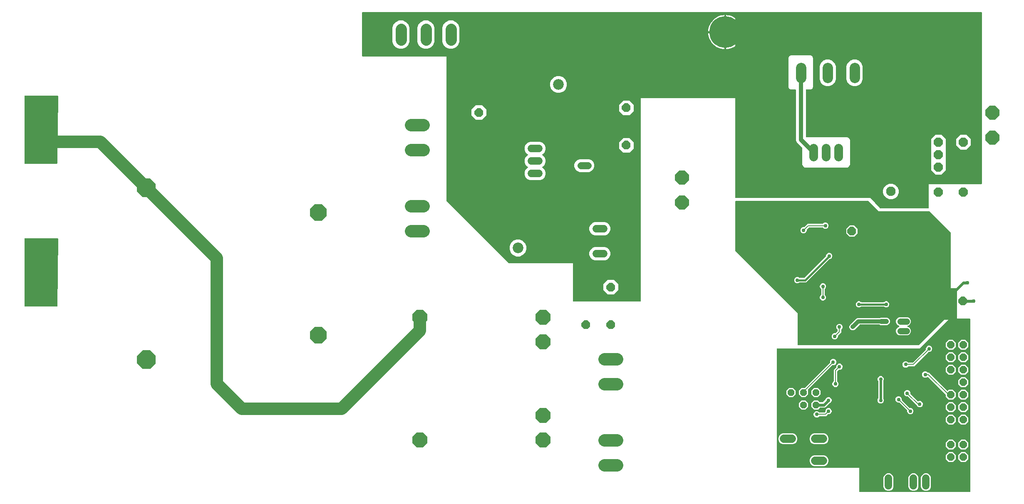
<source format=gbr>
G04 EAGLE Gerber X2 export*
%TF.Part,Single*%
%TF.FileFunction,Copper,L2,Bot,Mixed*%
%TF.FilePolarity,Positive*%
%TF.GenerationSoftware,Autodesk,EAGLE,8.6.3*%
%TF.CreationDate,2021-05-18T20:18:47Z*%
G75*
%MOMM*%
%FSLAX34Y34*%
%LPD*%
%AMOC8*
5,1,8,0,0,1.08239X$1,22.5*%
G01*
%ADD10P,2.089446X8X112.500000*%
%ADD11C,1.930400*%
%ADD12C,1.000000*%
%ADD13C,1.270000*%
%ADD14P,3.030692X8X202.500000*%
%ADD15C,1.676400*%
%ADD16C,1.524000*%
%ADD17C,1.778000*%
%ADD18C,2.095500*%
%ADD19P,1.948302X8X202.500000*%
%ADD20P,1.924489X8X112.500000*%
%ADD21P,1.924489X8X22.500000*%
%ADD22C,6.451600*%
%ADD23P,1.649562X8X112.500000*%
%ADD24P,1.484606X8X202.500000*%
%ADD25P,3.247170X8X22.500000*%
%ADD26P,1.924489X8X202.500000*%
%ADD27P,4.123906X8X22.500000*%
%ADD28P,3.680126X8X22.500000*%
%ADD29C,2.247900*%
%ADD30C,2.540000*%
%ADD31C,2.184400*%
%ADD32P,2.364373X8X202.500000*%
%ADD33C,1.422400*%
%ADD34C,2.300000*%
%ADD35C,0.756400*%
%ADD36C,0.406400*%
%ADD37C,0.203200*%
%ADD38C,0.812800*%
%ADD39C,0.609600*%
%ADD40C,0.508000*%

G36*
X754066Y991615D02*
X754066Y991615D01*
X754006Y991607D01*
X753946Y991609D01*
X753866Y991588D01*
X753785Y991576D01*
X753729Y991552D01*
X753671Y991537D01*
X753600Y991495D01*
X753525Y991461D01*
X753479Y991422D01*
X753427Y991392D01*
X753370Y991331D01*
X753307Y991278D01*
X753274Y991228D01*
X753232Y991184D01*
X753195Y991111D01*
X753149Y991042D01*
X753130Y990985D01*
X753103Y990931D01*
X753092Y990864D01*
X753062Y990772D01*
X753059Y990669D01*
X753047Y990600D01*
X753047Y901700D01*
X753055Y901644D01*
X753054Y901596D01*
X753054Y901595D01*
X753054Y901584D01*
X753075Y901502D01*
X753087Y901419D01*
X753111Y901365D01*
X753126Y901309D01*
X753169Y901236D01*
X753203Y901159D01*
X753241Y901114D01*
X753271Y901064D01*
X753333Y901006D01*
X753387Y900942D01*
X753436Y900910D01*
X753478Y900870D01*
X753553Y900831D01*
X753624Y900785D01*
X753679Y900767D01*
X753731Y900740D01*
X753799Y900729D01*
X753895Y900699D01*
X753994Y900696D01*
X754063Y900685D01*
X924497Y900685D01*
X924497Y608013D01*
X924510Y607926D01*
X924512Y607838D01*
X924529Y607786D01*
X924537Y607731D01*
X924573Y607651D01*
X924600Y607568D01*
X924628Y607529D01*
X924653Y607472D01*
X924749Y607358D01*
X924795Y607295D01*
X1051795Y480295D01*
X1051864Y480242D01*
X1051928Y480182D01*
X1051978Y480157D01*
X1052022Y480124D01*
X1052104Y480093D01*
X1052181Y480053D01*
X1052229Y480045D01*
X1052287Y480023D01*
X1052435Y480010D01*
X1052513Y479997D01*
X1181672Y479997D01*
X1181672Y403225D01*
X1181680Y403167D01*
X1181679Y403109D01*
X1181700Y403027D01*
X1181712Y402944D01*
X1181736Y402890D01*
X1181751Y402834D01*
X1181794Y402761D01*
X1181828Y402684D01*
X1181866Y402639D01*
X1181896Y402589D01*
X1181958Y402531D01*
X1182012Y402467D01*
X1182061Y402435D01*
X1182103Y402395D01*
X1182178Y402356D01*
X1182249Y402310D01*
X1182304Y402292D01*
X1182356Y402265D01*
X1182424Y402254D01*
X1182520Y402224D01*
X1182619Y402221D01*
X1182688Y402210D01*
X1319213Y402210D01*
X1319270Y402218D01*
X1319329Y402216D01*
X1319410Y402238D01*
X1319494Y402250D01*
X1319547Y402274D01*
X1319604Y402288D01*
X1319676Y402331D01*
X1319753Y402366D01*
X1319798Y402404D01*
X1319848Y402434D01*
X1319906Y402495D01*
X1319970Y402550D01*
X1320003Y402598D01*
X1320043Y402641D01*
X1320081Y402716D01*
X1320128Y402786D01*
X1320146Y402842D01*
X1320172Y402894D01*
X1320184Y402962D01*
X1320214Y403057D01*
X1320216Y403157D01*
X1320228Y403225D01*
X1320228Y815797D01*
X1512260Y815797D01*
X1512260Y613613D01*
X1512268Y613555D01*
X1512266Y613496D01*
X1512288Y613415D01*
X1512300Y613331D01*
X1512324Y613278D01*
X1512338Y613221D01*
X1512381Y613149D01*
X1512416Y613072D01*
X1512454Y613027D01*
X1512484Y612977D01*
X1512545Y612919D01*
X1512600Y612855D01*
X1512648Y612822D01*
X1512691Y612782D01*
X1512766Y612744D01*
X1512836Y612697D01*
X1512892Y612679D01*
X1512944Y612653D01*
X1513012Y612641D01*
X1513107Y612611D01*
X1513207Y612609D01*
X1513275Y612597D01*
X1787081Y612597D01*
X1805829Y592286D01*
X1805912Y592218D01*
X1805991Y592145D01*
X1806022Y592129D01*
X1806049Y592107D01*
X1806148Y592064D01*
X1806244Y592015D01*
X1806275Y592010D01*
X1806311Y591995D01*
X1806522Y591969D01*
X1806575Y591960D01*
X1905000Y591960D01*
X1905058Y591968D01*
X1905116Y591966D01*
X1905198Y591988D01*
X1905282Y592000D01*
X1905335Y592024D01*
X1905391Y592038D01*
X1905464Y592081D01*
X1905541Y592116D01*
X1905586Y592154D01*
X1905636Y592184D01*
X1905694Y592245D01*
X1905758Y592300D01*
X1905790Y592348D01*
X1905830Y592391D01*
X1905869Y592466D01*
X1905916Y592536D01*
X1905933Y592592D01*
X1905960Y592644D01*
X1905971Y592712D01*
X1906001Y592807D01*
X1906004Y592907D01*
X1906015Y592975D01*
X1906015Y641172D01*
X2012950Y641172D01*
X2013008Y641180D01*
X2013066Y641179D01*
X2013148Y641200D01*
X2013232Y641212D01*
X2013285Y641236D01*
X2013341Y641251D01*
X2013414Y641294D01*
X2013491Y641328D01*
X2013536Y641366D01*
X2013586Y641396D01*
X2013644Y641458D01*
X2013708Y641512D01*
X2013740Y641561D01*
X2013780Y641603D01*
X2013819Y641678D01*
X2013866Y641749D01*
X2013883Y641804D01*
X2013910Y641856D01*
X2013921Y641924D01*
X2013951Y642020D01*
X2013954Y642119D01*
X2013965Y642188D01*
X2013965Y989850D01*
X2013957Y989908D01*
X2013959Y989966D01*
X2013937Y990048D01*
X2013925Y990132D01*
X2013902Y990185D01*
X2013887Y990241D01*
X2013844Y990314D01*
X2013809Y990391D01*
X2013771Y990436D01*
X2013742Y990486D01*
X2013680Y990544D01*
X2013626Y990608D01*
X2013577Y990640D01*
X2013534Y990680D01*
X2013459Y990719D01*
X2013389Y990766D01*
X2013333Y990783D01*
X2013281Y990810D01*
X2013213Y990821D01*
X2013118Y990851D01*
X2013018Y990854D01*
X2012950Y990865D01*
X957266Y990865D01*
X754066Y991615D01*
G37*
G36*
X1989195Y14118D02*
X1989195Y14118D01*
X1989254Y14116D01*
X1989335Y14138D01*
X1989419Y14150D01*
X1989472Y14174D01*
X1989529Y14188D01*
X1989601Y14231D01*
X1989678Y14266D01*
X1989723Y14304D01*
X1989773Y14334D01*
X1989831Y14395D01*
X1989895Y14450D01*
X1989928Y14498D01*
X1989968Y14541D01*
X1990006Y14616D01*
X1990053Y14686D01*
X1990071Y14742D01*
X1990097Y14794D01*
X1990109Y14862D01*
X1990139Y14957D01*
X1990141Y15057D01*
X1990153Y15125D01*
X1990153Y365963D01*
X1990145Y366020D01*
X1990146Y366079D01*
X1990125Y366160D01*
X1990113Y366244D01*
X1990089Y366297D01*
X1990074Y366354D01*
X1990031Y366426D01*
X1989997Y366503D01*
X1989959Y366548D01*
X1989929Y366598D01*
X1989867Y366656D01*
X1989813Y366720D01*
X1989764Y366753D01*
X1989722Y366793D01*
X1989647Y366831D01*
X1989576Y366878D01*
X1989521Y366896D01*
X1989469Y366922D01*
X1989401Y366934D01*
X1989305Y366964D01*
X1989206Y366966D01*
X1989138Y366978D01*
X1963165Y366978D01*
X1963165Y427875D01*
X1963157Y427933D01*
X1963159Y427991D01*
X1963137Y428073D01*
X1963125Y428157D01*
X1963102Y428210D01*
X1963087Y428266D01*
X1963044Y428339D01*
X1963009Y428416D01*
X1962971Y428461D01*
X1962942Y428511D01*
X1962880Y428569D01*
X1962826Y428633D01*
X1962777Y428665D01*
X1962734Y428705D01*
X1962659Y428744D01*
X1962589Y428791D01*
X1962533Y428808D01*
X1962481Y428835D01*
X1962413Y428846D01*
X1962318Y428876D01*
X1962218Y428879D01*
X1962150Y428890D01*
X1950465Y428890D01*
X1950465Y542175D01*
X1950453Y542262D01*
X1950450Y542349D01*
X1950433Y542402D01*
X1950425Y542457D01*
X1950390Y542536D01*
X1950363Y542620D01*
X1950335Y542659D01*
X1950309Y542716D01*
X1950213Y542829D01*
X1950168Y542893D01*
X1907305Y585755D01*
X1907236Y585808D01*
X1907172Y585868D01*
X1907122Y585893D01*
X1907078Y585926D01*
X1906997Y585957D01*
X1906919Y585997D01*
X1906871Y586005D01*
X1906813Y586028D01*
X1906665Y586040D01*
X1906588Y586053D01*
X1803821Y586053D01*
X1783480Y606393D01*
X1783411Y606445D01*
X1783347Y606505D01*
X1783297Y606531D01*
X1783253Y606564D01*
X1783172Y606595D01*
X1783094Y606635D01*
X1783046Y606643D01*
X1782988Y606665D01*
X1782840Y606677D01*
X1782763Y606690D01*
X1513275Y606690D01*
X1513217Y606682D01*
X1513159Y606684D01*
X1513077Y606662D01*
X1512994Y606650D01*
X1512940Y606627D01*
X1512884Y606612D01*
X1512811Y606569D01*
X1512734Y606534D01*
X1512689Y606496D01*
X1512639Y606467D01*
X1512581Y606405D01*
X1512517Y606351D01*
X1512485Y606302D01*
X1512445Y606259D01*
X1512406Y606184D01*
X1512360Y606114D01*
X1512342Y606058D01*
X1512315Y606006D01*
X1512304Y605938D01*
X1512274Y605843D01*
X1512271Y605743D01*
X1512260Y605675D01*
X1512260Y505275D01*
X1512272Y505188D01*
X1512275Y505101D01*
X1512292Y505048D01*
X1512300Y504994D01*
X1512335Y504914D01*
X1512362Y504830D01*
X1512390Y504791D01*
X1512416Y504734D01*
X1512512Y504621D01*
X1512557Y504557D01*
X1638875Y378239D01*
X1639260Y314006D01*
X1639268Y313952D01*
X1639266Y313896D01*
X1639289Y313812D01*
X1639301Y313725D01*
X1639324Y313675D01*
X1639338Y313621D01*
X1639383Y313546D01*
X1639419Y313466D01*
X1639455Y313424D01*
X1639484Y313377D01*
X1639547Y313317D01*
X1639604Y313251D01*
X1639650Y313220D01*
X1639691Y313182D01*
X1639769Y313142D01*
X1639842Y313094D01*
X1639895Y313078D01*
X1639944Y313053D01*
X1640014Y313041D01*
X1640113Y313010D01*
X1640209Y313008D01*
X1640275Y312997D01*
X1884800Y312997D01*
X1884887Y313010D01*
X1884974Y313012D01*
X1885027Y313029D01*
X1885082Y313037D01*
X1885161Y313073D01*
X1885245Y313100D01*
X1885284Y313128D01*
X1885341Y313153D01*
X1885454Y313249D01*
X1885518Y313295D01*
X1937171Y364947D01*
X1945412Y364947D01*
X1887117Y306653D01*
X1597413Y306653D01*
X1597355Y306645D01*
X1597296Y306646D01*
X1597215Y306625D01*
X1597131Y306613D01*
X1597078Y306589D01*
X1597021Y306574D01*
X1596949Y306531D01*
X1596872Y306497D01*
X1596827Y306459D01*
X1596777Y306429D01*
X1596719Y306367D01*
X1596655Y306313D01*
X1596622Y306264D01*
X1596582Y306222D01*
X1596544Y306147D01*
X1596497Y306076D01*
X1596479Y306021D01*
X1596453Y305969D01*
X1596441Y305901D01*
X1596411Y305805D01*
X1596409Y305706D01*
X1596397Y305638D01*
X1596397Y64338D01*
X1596405Y64280D01*
X1596404Y64221D01*
X1596425Y64140D01*
X1596437Y64056D01*
X1596461Y64003D01*
X1596476Y63946D01*
X1596519Y63874D01*
X1596553Y63797D01*
X1596591Y63752D01*
X1596621Y63702D01*
X1596683Y63644D01*
X1596737Y63580D01*
X1596786Y63547D01*
X1596828Y63507D01*
X1596903Y63469D01*
X1596974Y63422D01*
X1597029Y63404D01*
X1597081Y63378D01*
X1597149Y63366D01*
X1597245Y63336D01*
X1597344Y63334D01*
X1597413Y63322D01*
X1764285Y63322D01*
X1764285Y15125D01*
X1764293Y15067D01*
X1764291Y15009D01*
X1764313Y14927D01*
X1764325Y14844D01*
X1764349Y14790D01*
X1764363Y14734D01*
X1764406Y14661D01*
X1764441Y14584D01*
X1764479Y14539D01*
X1764509Y14489D01*
X1764570Y14431D01*
X1764625Y14367D01*
X1764673Y14335D01*
X1764716Y14295D01*
X1764791Y14256D01*
X1764861Y14210D01*
X1764917Y14192D01*
X1764969Y14165D01*
X1765037Y14154D01*
X1765132Y14124D01*
X1765232Y14121D01*
X1765300Y14110D01*
X1989138Y14110D01*
X1989195Y14118D01*
G37*
%LPC*%
G36*
X1654348Y674762D02*
X1654348Y674762D01*
X1651733Y675845D01*
X1649733Y677846D01*
X1648650Y680460D01*
X1648650Y713885D01*
X1648638Y713972D01*
X1648635Y714059D01*
X1648618Y714112D01*
X1648610Y714167D01*
X1648574Y714247D01*
X1648547Y714330D01*
X1648519Y714369D01*
X1648494Y714426D01*
X1648398Y714539D01*
X1648352Y714603D01*
X1636989Y725967D01*
X1635442Y729701D01*
X1635442Y832497D01*
X1635434Y832555D01*
X1635435Y832613D01*
X1635414Y832695D01*
X1635402Y832779D01*
X1635378Y832832D01*
X1635363Y832888D01*
X1635320Y832961D01*
X1635286Y833038D01*
X1635248Y833083D01*
X1635218Y833133D01*
X1635156Y833191D01*
X1635102Y833255D01*
X1635053Y833287D01*
X1635011Y833327D01*
X1634936Y833366D01*
X1634865Y833413D01*
X1634810Y833430D01*
X1634758Y833457D01*
X1634690Y833468D01*
X1634594Y833498D01*
X1634495Y833501D01*
X1634427Y833512D01*
X1625773Y833512D01*
X1623158Y834595D01*
X1621158Y836596D01*
X1620075Y839210D01*
X1620075Y897602D01*
X1621158Y900217D01*
X1623158Y902217D01*
X1625773Y903300D01*
X1665115Y903300D01*
X1667729Y902217D01*
X1669730Y900217D01*
X1670813Y897602D01*
X1670813Y839210D01*
X1669730Y836596D01*
X1667729Y834595D01*
X1665115Y833512D01*
X1656778Y833512D01*
X1656721Y833504D01*
X1656662Y833506D01*
X1656581Y833484D01*
X1656497Y833472D01*
X1656444Y833449D01*
X1656387Y833434D01*
X1656315Y833391D01*
X1656238Y833356D01*
X1656193Y833318D01*
X1656143Y833289D01*
X1656085Y833227D01*
X1656021Y833173D01*
X1655988Y833124D01*
X1655948Y833081D01*
X1655910Y833006D01*
X1655863Y832936D01*
X1655845Y832880D01*
X1655819Y832828D01*
X1655807Y832760D01*
X1655777Y832665D01*
X1655775Y832565D01*
X1655763Y832497D01*
X1655763Y737628D01*
X1655771Y737570D01*
X1655770Y737512D01*
X1655791Y737430D01*
X1655803Y737346D01*
X1655827Y737293D01*
X1655842Y737237D01*
X1655885Y737164D01*
X1655919Y737087D01*
X1655957Y737042D01*
X1655987Y736992D01*
X1656049Y736934D01*
X1656103Y736870D01*
X1656152Y736838D01*
X1656194Y736798D01*
X1656269Y736759D01*
X1656340Y736712D01*
X1656395Y736695D01*
X1656447Y736668D01*
X1656515Y736657D01*
X1656611Y736627D01*
X1656710Y736624D01*
X1656778Y736613D01*
X1739727Y736613D01*
X1742342Y735530D01*
X1744342Y733529D01*
X1745425Y730915D01*
X1745425Y680460D01*
X1744342Y677846D01*
X1742342Y675845D01*
X1739727Y674762D01*
X1654348Y674762D01*
G37*
%LPD*%
G36*
X131815Y391942D02*
X131815Y391942D01*
X131867Y391940D01*
X131955Y391962D01*
X132044Y391975D01*
X132092Y391996D01*
X132143Y392009D01*
X132221Y392054D01*
X132303Y392091D01*
X132344Y392125D01*
X132389Y392151D01*
X132452Y392216D01*
X132520Y392275D01*
X132550Y392318D01*
X132586Y392356D01*
X132628Y392436D01*
X132678Y392511D01*
X132694Y392561D01*
X132718Y392608D01*
X132731Y392679D01*
X132764Y392782D01*
X132766Y392874D01*
X132778Y392938D01*
X134365Y529463D01*
X134357Y529527D01*
X134359Y529591D01*
X134339Y529667D01*
X134329Y529745D01*
X134303Y529804D01*
X134287Y529866D01*
X134247Y529934D01*
X134215Y530006D01*
X134174Y530055D01*
X134142Y530111D01*
X134084Y530165D01*
X134034Y530225D01*
X133981Y530261D01*
X133934Y530305D01*
X133864Y530341D01*
X133800Y530385D01*
X133738Y530405D01*
X133681Y530435D01*
X133617Y530446D01*
X133529Y530474D01*
X133421Y530478D01*
X133350Y530490D01*
X66675Y530490D01*
X66617Y530482D01*
X66559Y530484D01*
X66477Y530462D01*
X66394Y530450D01*
X66340Y530427D01*
X66284Y530412D01*
X66211Y530369D01*
X66134Y530334D01*
X66089Y530296D01*
X66039Y530267D01*
X65981Y530205D01*
X65917Y530151D01*
X65885Y530102D01*
X65845Y530059D01*
X65806Y529984D01*
X65760Y529914D01*
X65742Y529858D01*
X65715Y529806D01*
X65704Y529738D01*
X65674Y529643D01*
X65671Y529543D01*
X65660Y529475D01*
X65660Y392950D01*
X65668Y392892D01*
X65666Y392834D01*
X65688Y392752D01*
X65700Y392669D01*
X65724Y392615D01*
X65738Y392559D01*
X65781Y392486D01*
X65816Y392409D01*
X65854Y392364D01*
X65884Y392314D01*
X65945Y392256D01*
X66000Y392192D01*
X66048Y392160D01*
X66091Y392120D01*
X66166Y392081D01*
X66236Y392035D01*
X66292Y392017D01*
X66344Y391990D01*
X66412Y391979D01*
X66507Y391949D01*
X66607Y391946D01*
X66675Y391935D01*
X131763Y391935D01*
X131815Y391942D01*
G37*
G36*
X131815Y682455D02*
X131815Y682455D01*
X131867Y682453D01*
X131955Y682474D01*
X132044Y682487D01*
X132092Y682509D01*
X132143Y682521D01*
X132221Y682566D01*
X132303Y682603D01*
X132344Y682637D01*
X132389Y682664D01*
X132452Y682729D01*
X132520Y682787D01*
X132550Y682831D01*
X132586Y682869D01*
X132628Y682948D01*
X132678Y683024D01*
X132694Y683074D01*
X132718Y683120D01*
X132731Y683192D01*
X132764Y683295D01*
X132766Y683386D01*
X132778Y683451D01*
X134365Y819976D01*
X134357Y820040D01*
X134359Y820104D01*
X134339Y820180D01*
X134329Y820258D01*
X134303Y820317D01*
X134287Y820379D01*
X134247Y820446D01*
X134215Y820518D01*
X134174Y820568D01*
X134142Y820623D01*
X134084Y820677D01*
X134034Y820738D01*
X133981Y820774D01*
X133934Y820818D01*
X133864Y820854D01*
X133800Y820898D01*
X133738Y820918D01*
X133681Y820947D01*
X133617Y820958D01*
X133529Y820987D01*
X133421Y820991D01*
X133350Y821003D01*
X66675Y821003D01*
X66617Y820995D01*
X66559Y820996D01*
X66477Y820975D01*
X66394Y820963D01*
X66340Y820939D01*
X66284Y820924D01*
X66211Y820881D01*
X66134Y820847D01*
X66089Y820809D01*
X66039Y820779D01*
X65981Y820717D01*
X65917Y820663D01*
X65885Y820614D01*
X65845Y820572D01*
X65806Y820497D01*
X65760Y820426D01*
X65742Y820371D01*
X65715Y820319D01*
X65704Y820251D01*
X65674Y820155D01*
X65671Y820056D01*
X65660Y819988D01*
X65660Y683463D01*
X65668Y683405D01*
X65666Y683346D01*
X65688Y683265D01*
X65700Y683181D01*
X65724Y683128D01*
X65738Y683071D01*
X65781Y682999D01*
X65816Y682922D01*
X65854Y682877D01*
X65884Y682827D01*
X65945Y682769D01*
X66000Y682705D01*
X66048Y682672D01*
X66091Y682632D01*
X66166Y682594D01*
X66236Y682547D01*
X66292Y682529D01*
X66344Y682503D01*
X66412Y682491D01*
X66507Y682461D01*
X66607Y682459D01*
X66675Y682447D01*
X131763Y682447D01*
X131815Y682455D01*
G37*
%LPC*%
G36*
X1094552Y649108D02*
X1094552Y649108D01*
X1089510Y651197D01*
X1085652Y655055D01*
X1083563Y660097D01*
X1083563Y665553D01*
X1085652Y670595D01*
X1089510Y674453D01*
X1089832Y674587D01*
X1089858Y674602D01*
X1089886Y674611D01*
X1089980Y674674D01*
X1090077Y674731D01*
X1090097Y674753D01*
X1090122Y674769D01*
X1090195Y674856D01*
X1090272Y674938D01*
X1090286Y674964D01*
X1090305Y674987D01*
X1090351Y675090D01*
X1090403Y675191D01*
X1090408Y675220D01*
X1090420Y675247D01*
X1090436Y675359D01*
X1090458Y675470D01*
X1090455Y675499D01*
X1090459Y675528D01*
X1090443Y675640D01*
X1090433Y675753D01*
X1090423Y675781D01*
X1090419Y675809D01*
X1090372Y675913D01*
X1090331Y676018D01*
X1090314Y676042D01*
X1090301Y676069D01*
X1090228Y676155D01*
X1090160Y676245D01*
X1090136Y676263D01*
X1090117Y676285D01*
X1090051Y676327D01*
X1089932Y676415D01*
X1089873Y676437D01*
X1089833Y676463D01*
X1089510Y676597D01*
X1085652Y680455D01*
X1083563Y685497D01*
X1083563Y690953D01*
X1085652Y695995D01*
X1089510Y699853D01*
X1089832Y699987D01*
X1089858Y700002D01*
X1089886Y700011D01*
X1089980Y700074D01*
X1090077Y700131D01*
X1090097Y700153D01*
X1090122Y700169D01*
X1090195Y700256D01*
X1090272Y700338D01*
X1090286Y700364D01*
X1090305Y700387D01*
X1090351Y700490D01*
X1090403Y700591D01*
X1090408Y700620D01*
X1090420Y700647D01*
X1090436Y700759D01*
X1090458Y700870D01*
X1090455Y700899D01*
X1090459Y700928D01*
X1090443Y701040D01*
X1090433Y701153D01*
X1090423Y701181D01*
X1090419Y701209D01*
X1090372Y701313D01*
X1090331Y701418D01*
X1090314Y701442D01*
X1090301Y701469D01*
X1090228Y701555D01*
X1090160Y701645D01*
X1090136Y701663D01*
X1090117Y701685D01*
X1090051Y701727D01*
X1089932Y701815D01*
X1089873Y701837D01*
X1089833Y701863D01*
X1089510Y701997D01*
X1085652Y705855D01*
X1083563Y710897D01*
X1083563Y716353D01*
X1085652Y721395D01*
X1089510Y725253D01*
X1094552Y727342D01*
X1115248Y727342D01*
X1120290Y725253D01*
X1124148Y721395D01*
X1126237Y716353D01*
X1126237Y710897D01*
X1124148Y705855D01*
X1120290Y701997D01*
X1119967Y701863D01*
X1119942Y701848D01*
X1119914Y701839D01*
X1119820Y701776D01*
X1119723Y701718D01*
X1119702Y701697D01*
X1119678Y701681D01*
X1119605Y701594D01*
X1119527Y701512D01*
X1119514Y701486D01*
X1119495Y701463D01*
X1119449Y701360D01*
X1119397Y701259D01*
X1119392Y701230D01*
X1119380Y701203D01*
X1119364Y701091D01*
X1119342Y700980D01*
X1119345Y700951D01*
X1119341Y700922D01*
X1119357Y700810D01*
X1119367Y700697D01*
X1119377Y700670D01*
X1119381Y700640D01*
X1119428Y700537D01*
X1119469Y700432D01*
X1119486Y700408D01*
X1119499Y700381D01*
X1119572Y700295D01*
X1119640Y700205D01*
X1119664Y700187D01*
X1119683Y700165D01*
X1119749Y700123D01*
X1119868Y700035D01*
X1119927Y700013D01*
X1119968Y699987D01*
X1120290Y699853D01*
X1124148Y695995D01*
X1126237Y690953D01*
X1126237Y685497D01*
X1124148Y680455D01*
X1120290Y676597D01*
X1119967Y676463D01*
X1119942Y676448D01*
X1119914Y676439D01*
X1119820Y676376D01*
X1119723Y676318D01*
X1119702Y676297D01*
X1119678Y676281D01*
X1119605Y676194D01*
X1119527Y676112D01*
X1119514Y676086D01*
X1119495Y676063D01*
X1119449Y675960D01*
X1119397Y675859D01*
X1119392Y675830D01*
X1119380Y675803D01*
X1119364Y675691D01*
X1119342Y675580D01*
X1119345Y675551D01*
X1119341Y675522D01*
X1119357Y675410D01*
X1119367Y675297D01*
X1119377Y675270D01*
X1119381Y675240D01*
X1119428Y675137D01*
X1119469Y675032D01*
X1119486Y675008D01*
X1119499Y674981D01*
X1119572Y674895D01*
X1119640Y674805D01*
X1119664Y674787D01*
X1119683Y674765D01*
X1119749Y674723D01*
X1119868Y674635D01*
X1119927Y674613D01*
X1119968Y674587D01*
X1120290Y674453D01*
X1124148Y670595D01*
X1126237Y665553D01*
X1126237Y660097D01*
X1124148Y655055D01*
X1120290Y651197D01*
X1115248Y649108D01*
X1094552Y649108D01*
G37*
%LPD*%
%LPC*%
G36*
X1919384Y660428D02*
X1919384Y660428D01*
X1910541Y669272D01*
X1910541Y681985D01*
X1910549Y682007D01*
X1910562Y682156D01*
X1910575Y682233D01*
X1910575Y694217D01*
X1910563Y694304D01*
X1910560Y694392D01*
X1910543Y694444D01*
X1910541Y694458D01*
X1910541Y707385D01*
X1910549Y707407D01*
X1910559Y707526D01*
X1910561Y707530D01*
X1910561Y707549D01*
X1910562Y707556D01*
X1910575Y707633D01*
X1910575Y719617D01*
X1910563Y719704D01*
X1910560Y719792D01*
X1910543Y719844D01*
X1910541Y719858D01*
X1910541Y732578D01*
X1919384Y741422D01*
X1931891Y741422D01*
X1940734Y732578D01*
X1940734Y719865D01*
X1940726Y719843D01*
X1940713Y719694D01*
X1940700Y719617D01*
X1940700Y707633D01*
X1940707Y707585D01*
X1940707Y707582D01*
X1940708Y707578D01*
X1940712Y707546D01*
X1940715Y707458D01*
X1940732Y707406D01*
X1940734Y707392D01*
X1940734Y694465D01*
X1940726Y694443D01*
X1940713Y694294D01*
X1940700Y694217D01*
X1940700Y682233D01*
X1940712Y682146D01*
X1940715Y682058D01*
X1940732Y682006D01*
X1940734Y681992D01*
X1940734Y669272D01*
X1931891Y660428D01*
X1919384Y660428D01*
G37*
%LPD*%
%LPC*%
G36*
X879202Y916824D02*
X879202Y916824D01*
X872830Y919464D01*
X867953Y924340D01*
X865314Y930712D01*
X865314Y960088D01*
X867953Y966460D01*
X872830Y971336D01*
X879202Y973976D01*
X886098Y973976D01*
X892470Y971336D01*
X897347Y966460D01*
X899986Y960088D01*
X899986Y930712D01*
X897347Y924340D01*
X892470Y919464D01*
X886098Y916824D01*
X879202Y916824D01*
G37*
%LPD*%
%LPC*%
G36*
X828402Y916824D02*
X828402Y916824D01*
X822030Y919464D01*
X817153Y924340D01*
X814514Y930712D01*
X814514Y960088D01*
X817153Y966460D01*
X822030Y971336D01*
X828402Y973976D01*
X835298Y973976D01*
X841670Y971336D01*
X846547Y966460D01*
X849186Y960088D01*
X849186Y930712D01*
X846547Y924340D01*
X841670Y919464D01*
X835298Y916824D01*
X828402Y916824D01*
G37*
%LPD*%
%LPC*%
G36*
X930002Y916824D02*
X930002Y916824D01*
X923630Y919464D01*
X918753Y924340D01*
X916114Y930712D01*
X916114Y960088D01*
X918753Y966460D01*
X923630Y971336D01*
X930002Y973976D01*
X936898Y973976D01*
X943270Y971336D01*
X948147Y966460D01*
X950786Y960088D01*
X950786Y930712D01*
X948147Y924340D01*
X943270Y919464D01*
X936898Y916824D01*
X930002Y916824D01*
G37*
%LPD*%
%LPC*%
G36*
X1696916Y840561D02*
X1696916Y840561D01*
X1690824Y843084D01*
X1686162Y847746D01*
X1683638Y853838D01*
X1683638Y881387D01*
X1686162Y887479D01*
X1690824Y892141D01*
X1696916Y894664D01*
X1703509Y894664D01*
X1709601Y892141D01*
X1714263Y887479D01*
X1716787Y881387D01*
X1716787Y853838D01*
X1714263Y847746D01*
X1709601Y843084D01*
X1703509Y840561D01*
X1696916Y840561D01*
G37*
%LPD*%
%LPC*%
G36*
X1751526Y840561D02*
X1751526Y840561D01*
X1745434Y843084D01*
X1740772Y847746D01*
X1738248Y853838D01*
X1738248Y881387D01*
X1740772Y887479D01*
X1745434Y892141D01*
X1751526Y894664D01*
X1758119Y894664D01*
X1764211Y892141D01*
X1768873Y887479D01*
X1771397Y881387D01*
X1771397Y853838D01*
X1768873Y847746D01*
X1764211Y843084D01*
X1758119Y840561D01*
X1751526Y840561D01*
G37*
%LPD*%
%LPC*%
G36*
X1493869Y949434D02*
X1493869Y949434D01*
X1493861Y949492D01*
X1493862Y949550D01*
X1493841Y949632D01*
X1493829Y949715D01*
X1493805Y949769D01*
X1493790Y949825D01*
X1493747Y949898D01*
X1493713Y949975D01*
X1493675Y950019D01*
X1493645Y950070D01*
X1493583Y950127D01*
X1493529Y950192D01*
X1493480Y950224D01*
X1493438Y950264D01*
X1493363Y950303D01*
X1493292Y950349D01*
X1493237Y950367D01*
X1493185Y950394D01*
X1493116Y950405D01*
X1493021Y950435D01*
X1492922Y950438D01*
X1492853Y950449D01*
X1491837Y950449D01*
X1491837Y950451D01*
X1492853Y950451D01*
X1492911Y950459D01*
X1492970Y950458D01*
X1493051Y950479D01*
X1493135Y950491D01*
X1493188Y950515D01*
X1493245Y950529D01*
X1493317Y950572D01*
X1493394Y950607D01*
X1493439Y950645D01*
X1493489Y950675D01*
X1493547Y950736D01*
X1493611Y950791D01*
X1493644Y950839D01*
X1493684Y950882D01*
X1493722Y950957D01*
X1493769Y951027D01*
X1493787Y951083D01*
X1493813Y951135D01*
X1493825Y951203D01*
X1493855Y951298D01*
X1493857Y951398D01*
X1493869Y951466D01*
X1493869Y985217D01*
X1496950Y984914D01*
X1500303Y984247D01*
X1503575Y983254D01*
X1506734Y981946D01*
X1509749Y980334D01*
X1512260Y978656D01*
X1512260Y922244D01*
X1509749Y920566D01*
X1506734Y918954D01*
X1503575Y917646D01*
X1500303Y916653D01*
X1496950Y915986D01*
X1493869Y915683D01*
X1493869Y949434D01*
G37*
%LPD*%
%LPC*%
G36*
X1749699Y343483D02*
X1749699Y343483D01*
X1747271Y344488D01*
X1745413Y346346D01*
X1744408Y348774D01*
X1744408Y351401D01*
X1745413Y353829D01*
X1756820Y365236D01*
X1756821Y365236D01*
X1758821Y367237D01*
X1761249Y368242D01*
X1805551Y368242D01*
X1805581Y368247D01*
X1805612Y368244D01*
X1805689Y368262D01*
X1805832Y368282D01*
X1805891Y368308D01*
X1805939Y368320D01*
X1808013Y369178D01*
X1821012Y369178D01*
X1823784Y368030D01*
X1825905Y365909D01*
X1827053Y363137D01*
X1827053Y360138D01*
X1825905Y357366D01*
X1823784Y355245D01*
X1821012Y354097D01*
X1808013Y354097D01*
X1805939Y354955D01*
X1805909Y354963D01*
X1805882Y354977D01*
X1805805Y354990D01*
X1805664Y355026D01*
X1805600Y355025D01*
X1805551Y355033D01*
X1765719Y355033D01*
X1765632Y355021D01*
X1765545Y355018D01*
X1765492Y355001D01*
X1765437Y354993D01*
X1765357Y354957D01*
X1765274Y354930D01*
X1765235Y354902D01*
X1765178Y354877D01*
X1765065Y354781D01*
X1765001Y354735D01*
X1754754Y344488D01*
X1752326Y343483D01*
X1749699Y343483D01*
G37*
%LPD*%
%LPC*%
G36*
X1226314Y536396D02*
X1226314Y536396D01*
X1221273Y538484D01*
X1217414Y542343D01*
X1215326Y547384D01*
X1215326Y552841D01*
X1217414Y557882D01*
X1221273Y561741D01*
X1226314Y563829D01*
X1247011Y563829D01*
X1252052Y561741D01*
X1255911Y557882D01*
X1257999Y552841D01*
X1257999Y547384D01*
X1255911Y542343D01*
X1252052Y538484D01*
X1247011Y536396D01*
X1226314Y536396D01*
G37*
%LPD*%
%LPC*%
G36*
X1226314Y485596D02*
X1226314Y485596D01*
X1221273Y487684D01*
X1217414Y491543D01*
X1215326Y496584D01*
X1215326Y502041D01*
X1217414Y507082D01*
X1221273Y510941D01*
X1226314Y513029D01*
X1247011Y513029D01*
X1252052Y510941D01*
X1255911Y507082D01*
X1257999Y502041D01*
X1257999Y496584D01*
X1255911Y491543D01*
X1252052Y487684D01*
X1247011Y485596D01*
X1226314Y485596D01*
G37*
%LPD*%
%LPC*%
G36*
X1846082Y333259D02*
X1846082Y333259D01*
X1842814Y334613D01*
X1840313Y337114D01*
X1838959Y340382D01*
X1838959Y343918D01*
X1840313Y347186D01*
X1842814Y349687D01*
X1845348Y350737D01*
X1845374Y350752D01*
X1845402Y350761D01*
X1845496Y350824D01*
X1845593Y350882D01*
X1845613Y350903D01*
X1845638Y350919D01*
X1845711Y351006D01*
X1845788Y351088D01*
X1845802Y351114D01*
X1845821Y351137D01*
X1845867Y351240D01*
X1845919Y351341D01*
X1845924Y351370D01*
X1845936Y351397D01*
X1845952Y351509D01*
X1845974Y351620D01*
X1845971Y351649D01*
X1845975Y351678D01*
X1845959Y351790D01*
X1845949Y351903D01*
X1845939Y351930D01*
X1845934Y351960D01*
X1845888Y352063D01*
X1845847Y352168D01*
X1845829Y352192D01*
X1845817Y352219D01*
X1845744Y352305D01*
X1845675Y352395D01*
X1845652Y352413D01*
X1845633Y352435D01*
X1845566Y352477D01*
X1845448Y352565D01*
X1845389Y352587D01*
X1845348Y352613D01*
X1842814Y353663D01*
X1840313Y356164D01*
X1838959Y359432D01*
X1838959Y362968D01*
X1840313Y366236D01*
X1842814Y368737D01*
X1846082Y370091D01*
X1862318Y370091D01*
X1865586Y368737D01*
X1868087Y366236D01*
X1869441Y362968D01*
X1869441Y359432D01*
X1868087Y356164D01*
X1865586Y353663D01*
X1863052Y352613D01*
X1863026Y352598D01*
X1862998Y352589D01*
X1862904Y352526D01*
X1862807Y352468D01*
X1862787Y352447D01*
X1862762Y352431D01*
X1862689Y352344D01*
X1862612Y352262D01*
X1862598Y352236D01*
X1862579Y352213D01*
X1862533Y352110D01*
X1862481Y352009D01*
X1862476Y351980D01*
X1862464Y351953D01*
X1862448Y351841D01*
X1862426Y351730D01*
X1862429Y351701D01*
X1862425Y351672D01*
X1862441Y351560D01*
X1862451Y351447D01*
X1862461Y351420D01*
X1862466Y351391D01*
X1862512Y351287D01*
X1862553Y351182D01*
X1862571Y351158D01*
X1862583Y351131D01*
X1862656Y351045D01*
X1862724Y350955D01*
X1862748Y350937D01*
X1862767Y350915D01*
X1862834Y350873D01*
X1862952Y350785D01*
X1863011Y350763D01*
X1863052Y350737D01*
X1865586Y349687D01*
X1868087Y347186D01*
X1869441Y343918D01*
X1869441Y340382D01*
X1868087Y337114D01*
X1865586Y334613D01*
X1862318Y333259D01*
X1846082Y333259D01*
G37*
%LPD*%
%LPC*%
G36*
X1195173Y665491D02*
X1195173Y665491D01*
X1190318Y667502D01*
X1186603Y671218D01*
X1184592Y676073D01*
X1184592Y681327D01*
X1186603Y686182D01*
X1190318Y689898D01*
X1195173Y691909D01*
X1214652Y691909D01*
X1219507Y689898D01*
X1223222Y686182D01*
X1225233Y681327D01*
X1225233Y676073D01*
X1223222Y671218D01*
X1219507Y667502D01*
X1214652Y665491D01*
X1195173Y665491D01*
G37*
%LPD*%
%LPC*%
G36*
X1637042Y439015D02*
X1637042Y439015D01*
X1634718Y439977D01*
X1632940Y441756D01*
X1631977Y444080D01*
X1631977Y446595D01*
X1632940Y448919D01*
X1634718Y450698D01*
X1637042Y451660D01*
X1639558Y451660D01*
X1641882Y450698D01*
X1642372Y450208D01*
X1642441Y450155D01*
X1642505Y450095D01*
X1642555Y450070D01*
X1642599Y450037D01*
X1642681Y450006D01*
X1642758Y449966D01*
X1642806Y449958D01*
X1642864Y449935D01*
X1643012Y449923D01*
X1643090Y449910D01*
X1651860Y449910D01*
X1651947Y449922D01*
X1652034Y449925D01*
X1652087Y449942D01*
X1652142Y449950D01*
X1652222Y449986D01*
X1652305Y450013D01*
X1652344Y450041D01*
X1652401Y450066D01*
X1652515Y450162D01*
X1652578Y450208D01*
X1696767Y494397D01*
X1696820Y494467D01*
X1696880Y494530D01*
X1696905Y494580D01*
X1696938Y494624D01*
X1696969Y494706D01*
X1697009Y494784D01*
X1697017Y494831D01*
X1697040Y494890D01*
X1697052Y495037D01*
X1697065Y495115D01*
X1697065Y495808D01*
X1698027Y498132D01*
X1699806Y499910D01*
X1702130Y500873D01*
X1704645Y500873D01*
X1706969Y499910D01*
X1708748Y498132D01*
X1709710Y495808D01*
X1709710Y493292D01*
X1708748Y490968D01*
X1706969Y489190D01*
X1704645Y488227D01*
X1703952Y488227D01*
X1703866Y488215D01*
X1703778Y488212D01*
X1703725Y488195D01*
X1703671Y488187D01*
X1703591Y488152D01*
X1703508Y488125D01*
X1703468Y488097D01*
X1703411Y488071D01*
X1703298Y487975D01*
X1703234Y487930D01*
X1656069Y440765D01*
X1643090Y440765D01*
X1643003Y440753D01*
X1642915Y440750D01*
X1642863Y440733D01*
X1642808Y440725D01*
X1642728Y440689D01*
X1642645Y440662D01*
X1642606Y440634D01*
X1642549Y440609D01*
X1642435Y440513D01*
X1642372Y440467D01*
X1641882Y439977D01*
X1639558Y439015D01*
X1637042Y439015D01*
G37*
%LPD*%
%LPC*%
G36*
X1647107Y207339D02*
X1647107Y207339D01*
X1641601Y212844D01*
X1641601Y220631D01*
X1647107Y226136D01*
X1653361Y226136D01*
X1653447Y226148D01*
X1653535Y226151D01*
X1653587Y226168D01*
X1653642Y226176D01*
X1653722Y226212D01*
X1653805Y226239D01*
X1653845Y226267D01*
X1653902Y226292D01*
X1654015Y226388D01*
X1654079Y226434D01*
X1704705Y277060D01*
X1704757Y277130D01*
X1704817Y277194D01*
X1704843Y277243D01*
X1704876Y277287D01*
X1704907Y277369D01*
X1704947Y277447D01*
X1704955Y277494D01*
X1704977Y277553D01*
X1704989Y277700D01*
X1705002Y277778D01*
X1705002Y279908D01*
X1705965Y282232D01*
X1707743Y284010D01*
X1710067Y284973D01*
X1712583Y284973D01*
X1714907Y284010D01*
X1716685Y282232D01*
X1717648Y279908D01*
X1717648Y277392D01*
X1716685Y275068D01*
X1714907Y273290D01*
X1712583Y272327D01*
X1710453Y272327D01*
X1710366Y272315D01*
X1710279Y272312D01*
X1710226Y272295D01*
X1710171Y272287D01*
X1710091Y272252D01*
X1710008Y272225D01*
X1709969Y272197D01*
X1709912Y272171D01*
X1709799Y272075D01*
X1709735Y272030D01*
X1660085Y222380D01*
X1660050Y222333D01*
X1660007Y222293D01*
X1659965Y222220D01*
X1659914Y222153D01*
X1659893Y222098D01*
X1659864Y222048D01*
X1659843Y221966D01*
X1659813Y221887D01*
X1659808Y221829D01*
X1659794Y221772D01*
X1659796Y221688D01*
X1659789Y221604D01*
X1659801Y221547D01*
X1659803Y221488D01*
X1659829Y221408D01*
X1659845Y221325D01*
X1659872Y221273D01*
X1659890Y221218D01*
X1659930Y221161D01*
X1659976Y221073D01*
X1660045Y221000D01*
X1660085Y220944D01*
X1660399Y220631D01*
X1660399Y212844D01*
X1654893Y207339D01*
X1647107Y207339D01*
G37*
%LPD*%
%LPC*%
G36*
X1149140Y826781D02*
X1149140Y826781D01*
X1142885Y829372D01*
X1138097Y834160D01*
X1135506Y840415D01*
X1135506Y847185D01*
X1138097Y853440D01*
X1142885Y858228D01*
X1149140Y860819D01*
X1155910Y860819D01*
X1162165Y858228D01*
X1166953Y853440D01*
X1169544Y847185D01*
X1169544Y840415D01*
X1166953Y834160D01*
X1162165Y829372D01*
X1155910Y826781D01*
X1149140Y826781D01*
G37*
%LPD*%
%LPC*%
G36*
X1066590Y493806D02*
X1066590Y493806D01*
X1060335Y496397D01*
X1055547Y501185D01*
X1052956Y507440D01*
X1052956Y514210D01*
X1055547Y520465D01*
X1060335Y525253D01*
X1066590Y527844D01*
X1073360Y527844D01*
X1079615Y525253D01*
X1084403Y520465D01*
X1086994Y514210D01*
X1086994Y507440D01*
X1084403Y501185D01*
X1079615Y496397D01*
X1073360Y493806D01*
X1066590Y493806D01*
G37*
%LPD*%
%LPC*%
G36*
X1946829Y201814D02*
X1946829Y201814D01*
X1940877Y207766D01*
X1940877Y211923D01*
X1940865Y212009D01*
X1940862Y212097D01*
X1940845Y212149D01*
X1940837Y212204D01*
X1940801Y212284D01*
X1940774Y212367D01*
X1940746Y212407D01*
X1940721Y212464D01*
X1940625Y212577D01*
X1940579Y212641D01*
X1904499Y248721D01*
X1904452Y248756D01*
X1904412Y248799D01*
X1904339Y248842D01*
X1904272Y248892D01*
X1904217Y248913D01*
X1904166Y248943D01*
X1904085Y248963D01*
X1904006Y248993D01*
X1903948Y248998D01*
X1903891Y249013D01*
X1903807Y249010D01*
X1903723Y249017D01*
X1903665Y249005D01*
X1903607Y249004D01*
X1903527Y248978D01*
X1903444Y248961D01*
X1903392Y248934D01*
X1903336Y248916D01*
X1903280Y248876D01*
X1903192Y248830D01*
X1903119Y248761D01*
X1903063Y248721D01*
X1902232Y247890D01*
X1899908Y246927D01*
X1897392Y246927D01*
X1895068Y247890D01*
X1893290Y249668D01*
X1892327Y251992D01*
X1892327Y254508D01*
X1893290Y256832D01*
X1895068Y258610D01*
X1897392Y259573D01*
X1899908Y259573D01*
X1902232Y258610D01*
X1903738Y257104D01*
X1903807Y257052D01*
X1903871Y256992D01*
X1903921Y256966D01*
X1903965Y256933D01*
X1904047Y256902D01*
X1904124Y256862D01*
X1904172Y256854D01*
X1904230Y256832D01*
X1904378Y256820D01*
X1904456Y256807D01*
X1906473Y256807D01*
X1943269Y220011D01*
X1943315Y219976D01*
X1943356Y219934D01*
X1943428Y219891D01*
X1943496Y219840D01*
X1943550Y219820D01*
X1943601Y219790D01*
X1943683Y219769D01*
X1943761Y219739D01*
X1943820Y219734D01*
X1943876Y219720D01*
X1943961Y219723D01*
X1944045Y219716D01*
X1944102Y219727D01*
X1944161Y219729D01*
X1944241Y219755D01*
X1944324Y219772D01*
X1944375Y219798D01*
X1944431Y219816D01*
X1944487Y219857D01*
X1944576Y219903D01*
X1944648Y219971D01*
X1944704Y220011D01*
X1946829Y222136D01*
X1955246Y222136D01*
X1961198Y216184D01*
X1961198Y207766D01*
X1955246Y201814D01*
X1946829Y201814D01*
G37*
%LPD*%
%LPC*%
G36*
X1457070Y952481D02*
X1457070Y952481D01*
X1457374Y955562D01*
X1458041Y958916D01*
X1459033Y962187D01*
X1460342Y965346D01*
X1461954Y968362D01*
X1463853Y971205D01*
X1466022Y973848D01*
X1468440Y976265D01*
X1471083Y978434D01*
X1473926Y980334D01*
X1476941Y981946D01*
X1480100Y983254D01*
X1483372Y984247D01*
X1486725Y984914D01*
X1489806Y985217D01*
X1489806Y952481D01*
X1457070Y952481D01*
G37*
%LPD*%
%LPC*%
G36*
X1486725Y915986D02*
X1486725Y915986D01*
X1483372Y916653D01*
X1480100Y917646D01*
X1476941Y918954D01*
X1473926Y920566D01*
X1471083Y922466D01*
X1468440Y924635D01*
X1466022Y927052D01*
X1463853Y929695D01*
X1461954Y932538D01*
X1460342Y935554D01*
X1459033Y938713D01*
X1458041Y941984D01*
X1457374Y945338D01*
X1457070Y948419D01*
X1489806Y948419D01*
X1489806Y915683D01*
X1486725Y915986D01*
G37*
%LPD*%
%LPC*%
G36*
X1825667Y610246D02*
X1825667Y610246D01*
X1819879Y612644D01*
X1815449Y617074D01*
X1813051Y622862D01*
X1813051Y629128D01*
X1815449Y634916D01*
X1819879Y639346D01*
X1825667Y641744D01*
X1831933Y641744D01*
X1837721Y639346D01*
X1842151Y634916D01*
X1844549Y629128D01*
X1844549Y622862D01*
X1842151Y617074D01*
X1837721Y612644D01*
X1831933Y610246D01*
X1825667Y610246D01*
G37*
%LPD*%
%LPC*%
G36*
X1970184Y711228D02*
X1970184Y711228D01*
X1961341Y720072D01*
X1961341Y732578D01*
X1970184Y741422D01*
X1982691Y741422D01*
X1991534Y732578D01*
X1991534Y720072D01*
X1982691Y711228D01*
X1970184Y711228D01*
G37*
%LPD*%
%LPC*%
G36*
X1672195Y111359D02*
X1672195Y111359D01*
X1668181Y113021D01*
X1665108Y116094D01*
X1663445Y120109D01*
X1663445Y124454D01*
X1665108Y128469D01*
X1668181Y131541D01*
X1672195Y133204D01*
X1693305Y133204D01*
X1697319Y131541D01*
X1700392Y128469D01*
X1702055Y124454D01*
X1702055Y120109D01*
X1700392Y116094D01*
X1697319Y113021D01*
X1693305Y111359D01*
X1672195Y111359D01*
G37*
%LPD*%
%LPC*%
G36*
X1608695Y111359D02*
X1608695Y111359D01*
X1604681Y113021D01*
X1601608Y116094D01*
X1599945Y120109D01*
X1599945Y124454D01*
X1601608Y128469D01*
X1604681Y131541D01*
X1608695Y133204D01*
X1629805Y133204D01*
X1633819Y131541D01*
X1636892Y128469D01*
X1638555Y124454D01*
X1638555Y120109D01*
X1636892Y116094D01*
X1633819Y113021D01*
X1629805Y111359D01*
X1608695Y111359D01*
G37*
%LPD*%
%LPC*%
G36*
X1672195Y66909D02*
X1672195Y66909D01*
X1668181Y68571D01*
X1665108Y71644D01*
X1663445Y75659D01*
X1663445Y80004D01*
X1665108Y84019D01*
X1668181Y87091D01*
X1672195Y88754D01*
X1693305Y88754D01*
X1697319Y87091D01*
X1700392Y84019D01*
X1702055Y80004D01*
X1702055Y75659D01*
X1700392Y71644D01*
X1697319Y68571D01*
X1693305Y66909D01*
X1672195Y66909D01*
G37*
%LPD*%
%LPC*%
G36*
X1284430Y781188D02*
X1284430Y781188D01*
X1275651Y789967D01*
X1275651Y802383D01*
X1284430Y811162D01*
X1296845Y811162D01*
X1305624Y802383D01*
X1305624Y789967D01*
X1296845Y781188D01*
X1284430Y781188D01*
G37*
%LPD*%
%LPC*%
G36*
X984392Y771663D02*
X984392Y771663D01*
X975613Y780442D01*
X975613Y792858D01*
X984392Y801637D01*
X996808Y801637D01*
X1005587Y792858D01*
X1005587Y780442D01*
X996808Y771663D01*
X984392Y771663D01*
G37*
%LPD*%
%LPC*%
G36*
X1284430Y704988D02*
X1284430Y704988D01*
X1275651Y713767D01*
X1275651Y726183D01*
X1284430Y734962D01*
X1296845Y734962D01*
X1305624Y726183D01*
X1305624Y713767D01*
X1296845Y704988D01*
X1284430Y704988D01*
G37*
%LPD*%
%LPC*%
G36*
X1252680Y416063D02*
X1252680Y416063D01*
X1243901Y424842D01*
X1243901Y437258D01*
X1252680Y446037D01*
X1265095Y446037D01*
X1273874Y437258D01*
X1273874Y424842D01*
X1265095Y416063D01*
X1252680Y416063D01*
G37*
%LPD*%
%LPC*%
G36*
X1762455Y389802D02*
X1762455Y389802D01*
X1760131Y390765D01*
X1758352Y392543D01*
X1757390Y394867D01*
X1757390Y397383D01*
X1758352Y399707D01*
X1760131Y401485D01*
X1762455Y402448D01*
X1764970Y402448D01*
X1767294Y401485D01*
X1767784Y400995D01*
X1767854Y400943D01*
X1767918Y400883D01*
X1767967Y400857D01*
X1768011Y400824D01*
X1768093Y400793D01*
X1768171Y400753D01*
X1768219Y400745D01*
X1768277Y400723D01*
X1768425Y400711D01*
X1768502Y400698D01*
X1814485Y400698D01*
X1814572Y400710D01*
X1814660Y400713D01*
X1814712Y400730D01*
X1814767Y400738D01*
X1814847Y400773D01*
X1814930Y400800D01*
X1814969Y400828D01*
X1815026Y400854D01*
X1815140Y400950D01*
X1815203Y400995D01*
X1815693Y401485D01*
X1818017Y402448D01*
X1820533Y402448D01*
X1822857Y401485D01*
X1824635Y399707D01*
X1825598Y397383D01*
X1825598Y394867D01*
X1824635Y392543D01*
X1822857Y390765D01*
X1820533Y389802D01*
X1818017Y389802D01*
X1815693Y390765D01*
X1815203Y391255D01*
X1815134Y391307D01*
X1815070Y391367D01*
X1815020Y391393D01*
X1814976Y391426D01*
X1814894Y391457D01*
X1814817Y391497D01*
X1814769Y391505D01*
X1814711Y391527D01*
X1814563Y391539D01*
X1814485Y391552D01*
X1768502Y391552D01*
X1768415Y391540D01*
X1768328Y391537D01*
X1768275Y391520D01*
X1768221Y391512D01*
X1768141Y391477D01*
X1768057Y391450D01*
X1768018Y391422D01*
X1767961Y391396D01*
X1767848Y391300D01*
X1767784Y391255D01*
X1767294Y390765D01*
X1764970Y389802D01*
X1762455Y389802D01*
G37*
%LPD*%
%LPC*%
G36*
X1822016Y16394D02*
X1822016Y16394D01*
X1818281Y17941D01*
X1815423Y20799D01*
X1813876Y24533D01*
X1813876Y43816D01*
X1815423Y47550D01*
X1818281Y50408D01*
X1822016Y51955D01*
X1826058Y51955D01*
X1829793Y50408D01*
X1832651Y47550D01*
X1834198Y43816D01*
X1834198Y24533D01*
X1832651Y20799D01*
X1829793Y17941D01*
X1826058Y16394D01*
X1822016Y16394D01*
G37*
%LPD*%
%LPC*%
G36*
X1872816Y16394D02*
X1872816Y16394D01*
X1869081Y17941D01*
X1866223Y20799D01*
X1864676Y24533D01*
X1864676Y43816D01*
X1866223Y47550D01*
X1869081Y50408D01*
X1872816Y51955D01*
X1876858Y51955D01*
X1880593Y50408D01*
X1883451Y47550D01*
X1884998Y43816D01*
X1884998Y24533D01*
X1883451Y20799D01*
X1880593Y17941D01*
X1876858Y16394D01*
X1872816Y16394D01*
G37*
%LPD*%
%LPC*%
G36*
X1898216Y16394D02*
X1898216Y16394D01*
X1894481Y17941D01*
X1891623Y20799D01*
X1890076Y24533D01*
X1890076Y43816D01*
X1891623Y47550D01*
X1894481Y50408D01*
X1898216Y51955D01*
X1902258Y51955D01*
X1905993Y50408D01*
X1908851Y47550D01*
X1910398Y43816D01*
X1910398Y24533D01*
X1908851Y20799D01*
X1905993Y17941D01*
X1902258Y16394D01*
X1898216Y16394D01*
G37*
%LPD*%
%LPC*%
G36*
X1857705Y267565D02*
X1857705Y267565D01*
X1855381Y268527D01*
X1853602Y270306D01*
X1852640Y272630D01*
X1852640Y275145D01*
X1853602Y277469D01*
X1855381Y279248D01*
X1857705Y280210D01*
X1860220Y280210D01*
X1862544Y279248D01*
X1864050Y277742D01*
X1864120Y277689D01*
X1864184Y277629D01*
X1864233Y277604D01*
X1864277Y277571D01*
X1864359Y277540D01*
X1864437Y277500D01*
X1864485Y277492D01*
X1864543Y277469D01*
X1864691Y277457D01*
X1864768Y277444D01*
X1872944Y277444D01*
X1873030Y277456D01*
X1873118Y277459D01*
X1873170Y277476D01*
X1873225Y277484D01*
X1873305Y277520D01*
X1873388Y277547D01*
X1873428Y277575D01*
X1873485Y277600D01*
X1873598Y277696D01*
X1873662Y277742D01*
X1899967Y304047D01*
X1900020Y304117D01*
X1900080Y304181D01*
X1900105Y304230D01*
X1900138Y304275D01*
X1900169Y304356D01*
X1900209Y304434D01*
X1900217Y304482D01*
X1900240Y304540D01*
X1900252Y304688D01*
X1900265Y304765D01*
X1900265Y306895D01*
X1901227Y309219D01*
X1903006Y310998D01*
X1905330Y311960D01*
X1907845Y311960D01*
X1910169Y310998D01*
X1911948Y309219D01*
X1912910Y306895D01*
X1912910Y304380D01*
X1911948Y302056D01*
X1910169Y300277D01*
X1907845Y299315D01*
X1905715Y299315D01*
X1905629Y299303D01*
X1905541Y299300D01*
X1905489Y299283D01*
X1905434Y299275D01*
X1905354Y299239D01*
X1905271Y299212D01*
X1905231Y299184D01*
X1905174Y299159D01*
X1905061Y299063D01*
X1904997Y299017D01*
X1876311Y270331D01*
X1864768Y270331D01*
X1864681Y270319D01*
X1864594Y270316D01*
X1864541Y270299D01*
X1864487Y270291D01*
X1864407Y270255D01*
X1864323Y270228D01*
X1864284Y270200D01*
X1864227Y270175D01*
X1864114Y270079D01*
X1864050Y270033D01*
X1862544Y268527D01*
X1860220Y267565D01*
X1857705Y267565D01*
G37*
%LPD*%
%LPC*%
G36*
X1672507Y181939D02*
X1672507Y181939D01*
X1667001Y187444D01*
X1667001Y195231D01*
X1672507Y200736D01*
X1680293Y200736D01*
X1683806Y197224D01*
X1683875Y197171D01*
X1683939Y197111D01*
X1683989Y197086D01*
X1684033Y197053D01*
X1684115Y197022D01*
X1684193Y196982D01*
X1684240Y196974D01*
X1684299Y196951D01*
X1684446Y196939D01*
X1684524Y196926D01*
X1689540Y196926D01*
X1689626Y196938D01*
X1689714Y196941D01*
X1689766Y196958D01*
X1689821Y196966D01*
X1689901Y197002D01*
X1689984Y197029D01*
X1690023Y197057D01*
X1690080Y197082D01*
X1690194Y197178D01*
X1690257Y197224D01*
X1695563Y202529D01*
X1695582Y202554D01*
X1695605Y202574D01*
X1695647Y202640D01*
X1695734Y202756D01*
X1695757Y202817D01*
X1695783Y202859D01*
X1696440Y204444D01*
X1698218Y206223D01*
X1700542Y207185D01*
X1703058Y207185D01*
X1705382Y206223D01*
X1707160Y204444D01*
X1708123Y202120D01*
X1708123Y199605D01*
X1707160Y197281D01*
X1705382Y195502D01*
X1703796Y194846D01*
X1703769Y194830D01*
X1703740Y194820D01*
X1703676Y194775D01*
X1703551Y194701D01*
X1703507Y194654D01*
X1703467Y194626D01*
X1697156Y188315D01*
X1697156Y188314D01*
X1695441Y186600D01*
X1693387Y185749D01*
X1684524Y185749D01*
X1684437Y185737D01*
X1684350Y185734D01*
X1684297Y185717D01*
X1684242Y185709D01*
X1684162Y185673D01*
X1684079Y185646D01*
X1684040Y185618D01*
X1683983Y185593D01*
X1683869Y185497D01*
X1683806Y185451D01*
X1680293Y181939D01*
X1672507Y181939D01*
G37*
%LPD*%
%LPC*%
G36*
X1806905Y194540D02*
X1806905Y194540D01*
X1804581Y195502D01*
X1802802Y197281D01*
X1801840Y199605D01*
X1801840Y202120D01*
X1802808Y204457D01*
X1802837Y204496D01*
X1802897Y204560D01*
X1802922Y204609D01*
X1802955Y204653D01*
X1802986Y204735D01*
X1803026Y204813D01*
X1803034Y204861D01*
X1803057Y204919D01*
X1803069Y205067D01*
X1803082Y205144D01*
X1803082Y239443D01*
X1803070Y239530D01*
X1803067Y239618D01*
X1803050Y239670D01*
X1803042Y239725D01*
X1803006Y239805D01*
X1802979Y239888D01*
X1802951Y239927D01*
X1802926Y239984D01*
X1802830Y240098D01*
X1802810Y240126D01*
X1801840Y242467D01*
X1801840Y244983D01*
X1802802Y247307D01*
X1804581Y249085D01*
X1806905Y250048D01*
X1809420Y250048D01*
X1811744Y249085D01*
X1813523Y247307D01*
X1814485Y244983D01*
X1814485Y242467D01*
X1813517Y240130D01*
X1813488Y240092D01*
X1813428Y240028D01*
X1813403Y239978D01*
X1813370Y239934D01*
X1813339Y239852D01*
X1813299Y239775D01*
X1813291Y239727D01*
X1813268Y239669D01*
X1813256Y239521D01*
X1813243Y239443D01*
X1813243Y205144D01*
X1813255Y205057D01*
X1813258Y204970D01*
X1813275Y204917D01*
X1813283Y204863D01*
X1813319Y204783D01*
X1813346Y204699D01*
X1813374Y204660D01*
X1813399Y204603D01*
X1813495Y204490D01*
X1813515Y204461D01*
X1814485Y202120D01*
X1814485Y199605D01*
X1813523Y197281D01*
X1811744Y195502D01*
X1809420Y194540D01*
X1806905Y194540D01*
G37*
%LPD*%
%LPC*%
G36*
X1649742Y540615D02*
X1649742Y540615D01*
X1647418Y541577D01*
X1645640Y543356D01*
X1644677Y545680D01*
X1644677Y548195D01*
X1645640Y550519D01*
X1647418Y552298D01*
X1649742Y553260D01*
X1651872Y553260D01*
X1651959Y553272D01*
X1652046Y553275D01*
X1652099Y553292D01*
X1652154Y553300D01*
X1652234Y553336D01*
X1652317Y553363D01*
X1652356Y553391D01*
X1652413Y553416D01*
X1652526Y553512D01*
X1652590Y553558D01*
X1659052Y560019D01*
X1689644Y560019D01*
X1689731Y560031D01*
X1689819Y560034D01*
X1689871Y560051D01*
X1689926Y560059D01*
X1690006Y560095D01*
X1690089Y560122D01*
X1690128Y560150D01*
X1690185Y560175D01*
X1690299Y560271D01*
X1690362Y560317D01*
X1691868Y561823D01*
X1694192Y562785D01*
X1696708Y562785D01*
X1699032Y561823D01*
X1700810Y560044D01*
X1701773Y557720D01*
X1701773Y555205D01*
X1700810Y552881D01*
X1699032Y551102D01*
X1696708Y550140D01*
X1694192Y550140D01*
X1691868Y551102D01*
X1690362Y552608D01*
X1690293Y552661D01*
X1690229Y552721D01*
X1690179Y552746D01*
X1690135Y552779D01*
X1690053Y552810D01*
X1689976Y552850D01*
X1689928Y552858D01*
X1689870Y552881D01*
X1689722Y552893D01*
X1689644Y552906D01*
X1662419Y552906D01*
X1662332Y552894D01*
X1662245Y552891D01*
X1662192Y552874D01*
X1662137Y552866D01*
X1662057Y552830D01*
X1661974Y552803D01*
X1661935Y552775D01*
X1661878Y552750D01*
X1661765Y552654D01*
X1661701Y552608D01*
X1657620Y548528D01*
X1657568Y548458D01*
X1657508Y548394D01*
X1657482Y548345D01*
X1657449Y548300D01*
X1657418Y548219D01*
X1657378Y548141D01*
X1657370Y548093D01*
X1657348Y548035D01*
X1657336Y547887D01*
X1657323Y547810D01*
X1657323Y545680D01*
X1656360Y543356D01*
X1654582Y541577D01*
X1652258Y540615D01*
X1649742Y540615D01*
G37*
%LPD*%
%LPC*%
G36*
X1714830Y227877D02*
X1714830Y227877D01*
X1712506Y228840D01*
X1710727Y230618D01*
X1709765Y232942D01*
X1709765Y235458D01*
X1710727Y237782D01*
X1712233Y239288D01*
X1712286Y239357D01*
X1712346Y239421D01*
X1712371Y239471D01*
X1712404Y239515D01*
X1712435Y239597D01*
X1712475Y239674D01*
X1712483Y239722D01*
X1712506Y239780D01*
X1712518Y239928D01*
X1712531Y240006D01*
X1712531Y262661D01*
X1717405Y267535D01*
X1717457Y267605D01*
X1717517Y267669D01*
X1717543Y267718D01*
X1717576Y267762D01*
X1717607Y267844D01*
X1717647Y267922D01*
X1717655Y267969D01*
X1717677Y268028D01*
X1717689Y268175D01*
X1717702Y268253D01*
X1717702Y270383D01*
X1718665Y272707D01*
X1720443Y274485D01*
X1722767Y275448D01*
X1725283Y275448D01*
X1727607Y274485D01*
X1729385Y272707D01*
X1730348Y270383D01*
X1730348Y267867D01*
X1729385Y265543D01*
X1727607Y263765D01*
X1725283Y262802D01*
X1723153Y262802D01*
X1723066Y262790D01*
X1722979Y262787D01*
X1722926Y262770D01*
X1722871Y262762D01*
X1722791Y262727D01*
X1722708Y262700D01*
X1722669Y262672D01*
X1722612Y262646D01*
X1722499Y262550D01*
X1722435Y262505D01*
X1719942Y260012D01*
X1719889Y259942D01*
X1719829Y259878D01*
X1719804Y259829D01*
X1719771Y259784D01*
X1719740Y259703D01*
X1719700Y259625D01*
X1719692Y259577D01*
X1719669Y259519D01*
X1719657Y259371D01*
X1719644Y259294D01*
X1719644Y240006D01*
X1719656Y239919D01*
X1719659Y239831D01*
X1719676Y239779D01*
X1719684Y239724D01*
X1719720Y239644D01*
X1719747Y239561D01*
X1719775Y239522D01*
X1719800Y239465D01*
X1719896Y239351D01*
X1719942Y239288D01*
X1721448Y237782D01*
X1722410Y235458D01*
X1722410Y232942D01*
X1721448Y230618D01*
X1719669Y228840D01*
X1717345Y227877D01*
X1714830Y227877D01*
G37*
%LPD*%
%LPC*%
G36*
X1744690Y533919D02*
X1744690Y533919D01*
X1737994Y540615D01*
X1737994Y550085D01*
X1744690Y556781D01*
X1754160Y556781D01*
X1760856Y550085D01*
X1760856Y540615D01*
X1754160Y533919D01*
X1744690Y533919D01*
G37*
%LPD*%
%LPC*%
G36*
X1886280Y186602D02*
X1886280Y186602D01*
X1883956Y187565D01*
X1882177Y189343D01*
X1881734Y190415D01*
X1881718Y190441D01*
X1881708Y190471D01*
X1881663Y190534D01*
X1881589Y190659D01*
X1881542Y190704D01*
X1881514Y190744D01*
X1863728Y208530D01*
X1863658Y208582D01*
X1863594Y208642D01*
X1863545Y208668D01*
X1863500Y208701D01*
X1863419Y208732D01*
X1863341Y208772D01*
X1863293Y208780D01*
X1863235Y208802D01*
X1863087Y208814D01*
X1863010Y208827D01*
X1860880Y208827D01*
X1858556Y209790D01*
X1856777Y211568D01*
X1855815Y213892D01*
X1855815Y216408D01*
X1856777Y218732D01*
X1858556Y220510D01*
X1860880Y221473D01*
X1863395Y221473D01*
X1865719Y220510D01*
X1867498Y218732D01*
X1868460Y216408D01*
X1868460Y214278D01*
X1868472Y214191D01*
X1868475Y214104D01*
X1868492Y214051D01*
X1868500Y213996D01*
X1868536Y213916D01*
X1868563Y213833D01*
X1868591Y213794D01*
X1868616Y213737D01*
X1868712Y213624D01*
X1868758Y213560D01*
X1883530Y198787D01*
X1883532Y198786D01*
X1883533Y198785D01*
X1883650Y198697D01*
X1883757Y198616D01*
X1883759Y198616D01*
X1883760Y198615D01*
X1883895Y198564D01*
X1884023Y198515D01*
X1884025Y198515D01*
X1884026Y198514D01*
X1884171Y198503D01*
X1884306Y198492D01*
X1884308Y198492D01*
X1884310Y198492D01*
X1884325Y198495D01*
X1884585Y198547D01*
X1884612Y198562D01*
X1884637Y198567D01*
X1886280Y199248D01*
X1888795Y199248D01*
X1891119Y198285D01*
X1892898Y196507D01*
X1893860Y194183D01*
X1893860Y191667D01*
X1892898Y189343D01*
X1891119Y187565D01*
X1888795Y186602D01*
X1886280Y186602D01*
G37*
%LPD*%
%LPC*%
G36*
X1867230Y172315D02*
X1867230Y172315D01*
X1864906Y173277D01*
X1863127Y175056D01*
X1862165Y177380D01*
X1862165Y179510D01*
X1862153Y179596D01*
X1862150Y179684D01*
X1862133Y179736D01*
X1862125Y179791D01*
X1862089Y179871D01*
X1862062Y179954D01*
X1862034Y179994D01*
X1862009Y180051D01*
X1861913Y180164D01*
X1861867Y180228D01*
X1846265Y195830D01*
X1846195Y195882D01*
X1846131Y195942D01*
X1846082Y195968D01*
X1846038Y196001D01*
X1845956Y196032D01*
X1845878Y196072D01*
X1845831Y196080D01*
X1845772Y196102D01*
X1845625Y196114D01*
X1845547Y196127D01*
X1843417Y196127D01*
X1841093Y197090D01*
X1839315Y198868D01*
X1838352Y201192D01*
X1838352Y203708D01*
X1839315Y206032D01*
X1841093Y207810D01*
X1843417Y208773D01*
X1845933Y208773D01*
X1848257Y207810D01*
X1850035Y206032D01*
X1850998Y203708D01*
X1850998Y201578D01*
X1851010Y201491D01*
X1851013Y201404D01*
X1851030Y201351D01*
X1851038Y201296D01*
X1851073Y201216D01*
X1851100Y201133D01*
X1851128Y201094D01*
X1851154Y201037D01*
X1851250Y200924D01*
X1851295Y200860D01*
X1866897Y185258D01*
X1866967Y185205D01*
X1867031Y185145D01*
X1867080Y185120D01*
X1867125Y185087D01*
X1867206Y185056D01*
X1867284Y185016D01*
X1867332Y185008D01*
X1867390Y184985D01*
X1867538Y184973D01*
X1867615Y184960D01*
X1869745Y184960D01*
X1872069Y183998D01*
X1873848Y182219D01*
X1874810Y179895D01*
X1874810Y177380D01*
X1873848Y175056D01*
X1872069Y173277D01*
X1869745Y172315D01*
X1867230Y172315D01*
G37*
%LPD*%
%LPC*%
G36*
X1676730Y165965D02*
X1676730Y165965D01*
X1674406Y166927D01*
X1672627Y168706D01*
X1671665Y171030D01*
X1671665Y173545D01*
X1672627Y175869D01*
X1674406Y177648D01*
X1676730Y178610D01*
X1679245Y178610D01*
X1681569Y177648D01*
X1683075Y176142D01*
X1683145Y176089D01*
X1683209Y176029D01*
X1683258Y176004D01*
X1683302Y175971D01*
X1683384Y175940D01*
X1683462Y175900D01*
X1683509Y175892D01*
X1683568Y175869D01*
X1683716Y175857D01*
X1683793Y175844D01*
X1693556Y175844D01*
X1693643Y175856D01*
X1693730Y175859D01*
X1693783Y175876D01*
X1693838Y175884D01*
X1693918Y175920D01*
X1694001Y175947D01*
X1694040Y175975D01*
X1694097Y176000D01*
X1694210Y176096D01*
X1694274Y176142D01*
X1695180Y177047D01*
X1695232Y177117D01*
X1695292Y177181D01*
X1695318Y177230D01*
X1695351Y177275D01*
X1695382Y177356D01*
X1695422Y177434D01*
X1695430Y177482D01*
X1695452Y177540D01*
X1695464Y177688D01*
X1695477Y177765D01*
X1695477Y179895D01*
X1696440Y182219D01*
X1698218Y183998D01*
X1700542Y184960D01*
X1703058Y184960D01*
X1705382Y183998D01*
X1707160Y182219D01*
X1708123Y179895D01*
X1708123Y177380D01*
X1707160Y175056D01*
X1705382Y173277D01*
X1703058Y172315D01*
X1700928Y172315D01*
X1700841Y172303D01*
X1700754Y172300D01*
X1700701Y172283D01*
X1700646Y172275D01*
X1700566Y172239D01*
X1700483Y172212D01*
X1700444Y172184D01*
X1700387Y172159D01*
X1700274Y172063D01*
X1700210Y172017D01*
X1696923Y168731D01*
X1683793Y168731D01*
X1683706Y168719D01*
X1683619Y168716D01*
X1683566Y168699D01*
X1683511Y168691D01*
X1683432Y168655D01*
X1683348Y168628D01*
X1683309Y168600D01*
X1683252Y168575D01*
X1683139Y168479D01*
X1683075Y168433D01*
X1681569Y166927D01*
X1679245Y165965D01*
X1676730Y165965D01*
G37*
%LPD*%
%LPC*%
G36*
X1946829Y278014D02*
X1946829Y278014D01*
X1940877Y283966D01*
X1940877Y292384D01*
X1946829Y298336D01*
X1955246Y298336D01*
X1961198Y292384D01*
X1961198Y283966D01*
X1955246Y278014D01*
X1946829Y278014D01*
G37*
%LPD*%
%LPC*%
G36*
X1972229Y252614D02*
X1972229Y252614D01*
X1966277Y258566D01*
X1966277Y266984D01*
X1972229Y272936D01*
X1980646Y272936D01*
X1986598Y266984D01*
X1986598Y258566D01*
X1980646Y252614D01*
X1972229Y252614D01*
G37*
%LPD*%
%LPC*%
G36*
X1946829Y252614D02*
X1946829Y252614D01*
X1940877Y258566D01*
X1940877Y266984D01*
X1946829Y272936D01*
X1955246Y272936D01*
X1961198Y266984D01*
X1961198Y258566D01*
X1955246Y252614D01*
X1946829Y252614D01*
G37*
%LPD*%
%LPC*%
G36*
X1972229Y227214D02*
X1972229Y227214D01*
X1966277Y233166D01*
X1966277Y241584D01*
X1972229Y247536D01*
X1980646Y247536D01*
X1986598Y241584D01*
X1986598Y233166D01*
X1980646Y227214D01*
X1972229Y227214D01*
G37*
%LPD*%
%LPC*%
G36*
X1972229Y201814D02*
X1972229Y201814D01*
X1966277Y207766D01*
X1966277Y216184D01*
X1972229Y222136D01*
X1980646Y222136D01*
X1986598Y216184D01*
X1986598Y207766D01*
X1980646Y201814D01*
X1972229Y201814D01*
G37*
%LPD*%
%LPC*%
G36*
X1946829Y176414D02*
X1946829Y176414D01*
X1940877Y182366D01*
X1940877Y190784D01*
X1946829Y196736D01*
X1955246Y196736D01*
X1961198Y190784D01*
X1961198Y182366D01*
X1955246Y176414D01*
X1946829Y176414D01*
G37*
%LPD*%
%LPC*%
G36*
X1972229Y176414D02*
X1972229Y176414D01*
X1966277Y182366D01*
X1966277Y190784D01*
X1972229Y196736D01*
X1980646Y196736D01*
X1986598Y190784D01*
X1986598Y182366D01*
X1980646Y176414D01*
X1972229Y176414D01*
G37*
%LPD*%
%LPC*%
G36*
X1972229Y151014D02*
X1972229Y151014D01*
X1966277Y156966D01*
X1966277Y165384D01*
X1972229Y171336D01*
X1980646Y171336D01*
X1986598Y165384D01*
X1986598Y156966D01*
X1980646Y151014D01*
X1972229Y151014D01*
G37*
%LPD*%
%LPC*%
G36*
X1946829Y151014D02*
X1946829Y151014D01*
X1940877Y156966D01*
X1940877Y165384D01*
X1946829Y171336D01*
X1955246Y171336D01*
X1961198Y165384D01*
X1961198Y156966D01*
X1955246Y151014D01*
X1946829Y151014D01*
G37*
%LPD*%
%LPC*%
G36*
X1972229Y303414D02*
X1972229Y303414D01*
X1966277Y309366D01*
X1966277Y317784D01*
X1972229Y323736D01*
X1980646Y323736D01*
X1986598Y317784D01*
X1986598Y309366D01*
X1980646Y303414D01*
X1972229Y303414D01*
G37*
%LPD*%
%LPC*%
G36*
X1972229Y100214D02*
X1972229Y100214D01*
X1966277Y106166D01*
X1966277Y114584D01*
X1972229Y120536D01*
X1980646Y120536D01*
X1986598Y114584D01*
X1986598Y106166D01*
X1980646Y100214D01*
X1972229Y100214D01*
G37*
%LPD*%
%LPC*%
G36*
X1946829Y100214D02*
X1946829Y100214D01*
X1940877Y106166D01*
X1940877Y114584D01*
X1946829Y120536D01*
X1955246Y120536D01*
X1961198Y114584D01*
X1961198Y106166D01*
X1955246Y100214D01*
X1946829Y100214D01*
G37*
%LPD*%
%LPC*%
G36*
X1972229Y74814D02*
X1972229Y74814D01*
X1966277Y80766D01*
X1966277Y89184D01*
X1972229Y95136D01*
X1980646Y95136D01*
X1986598Y89184D01*
X1986598Y80766D01*
X1980646Y74814D01*
X1972229Y74814D01*
G37*
%LPD*%
%LPC*%
G36*
X1946829Y74814D02*
X1946829Y74814D01*
X1940877Y80766D01*
X1940877Y89184D01*
X1946829Y95136D01*
X1955246Y95136D01*
X1961198Y89184D01*
X1961198Y80766D01*
X1955246Y74814D01*
X1946829Y74814D01*
G37*
%LPD*%
%LPC*%
G36*
X1946829Y303414D02*
X1946829Y303414D01*
X1940877Y309366D01*
X1940877Y317784D01*
X1946829Y323736D01*
X1955246Y323736D01*
X1961198Y317784D01*
X1961198Y309366D01*
X1955246Y303414D01*
X1946829Y303414D01*
G37*
%LPD*%
%LPC*%
G36*
X1972229Y278014D02*
X1972229Y278014D01*
X1966277Y283966D01*
X1966277Y292384D01*
X1972229Y298336D01*
X1980646Y298336D01*
X1986598Y292384D01*
X1986598Y283966D01*
X1980646Y278014D01*
X1972229Y278014D01*
G37*
%LPD*%
%LPC*%
G36*
X1713242Y324715D02*
X1713242Y324715D01*
X1710918Y325677D01*
X1709140Y327456D01*
X1708177Y329780D01*
X1708177Y332295D01*
X1709140Y334619D01*
X1710918Y336398D01*
X1713242Y337360D01*
X1715372Y337360D01*
X1715459Y337372D01*
X1715546Y337375D01*
X1715599Y337392D01*
X1715654Y337400D01*
X1715734Y337436D01*
X1715817Y337463D01*
X1715856Y337491D01*
X1715913Y337516D01*
X1716026Y337612D01*
X1716090Y337658D01*
X1720171Y341738D01*
X1720183Y341755D01*
X1720194Y341764D01*
X1720224Y341809D01*
X1720283Y341872D01*
X1720309Y341921D01*
X1720342Y341966D01*
X1720373Y342047D01*
X1720413Y342125D01*
X1720421Y342173D01*
X1720443Y342231D01*
X1720455Y342379D01*
X1720468Y342456D01*
X1720468Y344282D01*
X1720456Y344369D01*
X1720453Y344456D01*
X1720436Y344509D01*
X1720428Y344563D01*
X1720393Y344643D01*
X1720366Y344727D01*
X1720338Y344766D01*
X1720312Y344823D01*
X1720216Y344936D01*
X1720171Y345000D01*
X1718665Y346506D01*
X1717702Y348830D01*
X1717702Y351345D01*
X1718665Y353669D01*
X1720443Y355448D01*
X1722767Y356410D01*
X1725283Y356410D01*
X1727607Y355448D01*
X1729385Y353669D01*
X1730348Y351345D01*
X1730348Y348830D01*
X1729385Y346506D01*
X1727879Y345000D01*
X1727827Y344930D01*
X1727767Y344866D01*
X1727741Y344817D01*
X1727708Y344773D01*
X1727677Y344691D01*
X1727637Y344613D01*
X1727629Y344565D01*
X1727607Y344507D01*
X1727595Y344359D01*
X1727582Y344282D01*
X1727582Y339089D01*
X1721120Y332628D01*
X1721068Y332558D01*
X1721008Y332494D01*
X1720982Y332445D01*
X1720949Y332400D01*
X1720918Y332319D01*
X1720878Y332241D01*
X1720870Y332193D01*
X1720848Y332135D01*
X1720836Y331987D01*
X1720823Y331910D01*
X1720823Y329780D01*
X1719860Y327456D01*
X1718082Y325677D01*
X1715758Y324715D01*
X1713242Y324715D01*
G37*
%LPD*%
%LPC*%
G36*
X1689430Y404090D02*
X1689430Y404090D01*
X1687106Y405052D01*
X1685327Y406831D01*
X1684365Y409155D01*
X1684365Y411670D01*
X1685327Y413994D01*
X1686833Y415500D01*
X1686886Y415570D01*
X1686946Y415634D01*
X1686971Y415683D01*
X1687004Y415727D01*
X1687035Y415809D01*
X1687075Y415887D01*
X1687083Y415935D01*
X1687106Y415993D01*
X1687118Y416141D01*
X1687131Y416218D01*
X1687131Y426832D01*
X1687119Y426919D01*
X1687116Y427006D01*
X1687099Y427059D01*
X1687091Y427113D01*
X1687055Y427193D01*
X1687028Y427277D01*
X1687000Y427316D01*
X1686975Y427373D01*
X1686879Y427486D01*
X1686833Y427550D01*
X1685327Y429056D01*
X1684365Y431380D01*
X1684365Y433895D01*
X1685327Y436219D01*
X1687106Y437998D01*
X1689430Y438960D01*
X1691945Y438960D01*
X1694269Y437998D01*
X1696048Y436219D01*
X1697010Y433895D01*
X1697010Y431380D01*
X1696048Y429056D01*
X1694542Y427550D01*
X1694489Y427480D01*
X1694429Y427416D01*
X1694404Y427367D01*
X1694371Y427323D01*
X1694340Y427241D01*
X1694300Y427163D01*
X1694292Y427115D01*
X1694269Y427057D01*
X1694257Y426909D01*
X1694244Y426832D01*
X1694244Y416218D01*
X1694256Y416131D01*
X1694259Y416044D01*
X1694276Y415991D01*
X1694284Y415937D01*
X1694320Y415857D01*
X1694347Y415773D01*
X1694375Y415734D01*
X1694400Y415677D01*
X1694496Y415564D01*
X1694542Y415500D01*
X1696048Y413994D01*
X1697010Y411670D01*
X1697010Y409155D01*
X1696048Y406831D01*
X1694269Y405052D01*
X1691945Y404090D01*
X1689430Y404090D01*
G37*
%LPD*%
%LPC*%
G36*
X1672507Y207339D02*
X1672507Y207339D01*
X1667001Y212844D01*
X1667001Y220631D01*
X1672507Y226136D01*
X1680293Y226136D01*
X1685799Y220631D01*
X1685799Y212844D01*
X1680293Y207339D01*
X1672507Y207339D01*
G37*
%LPD*%
%LPC*%
G36*
X1621707Y207339D02*
X1621707Y207339D01*
X1616201Y212844D01*
X1616201Y220631D01*
X1621707Y226136D01*
X1629493Y226136D01*
X1634999Y220631D01*
X1634999Y212844D01*
X1629493Y207339D01*
X1621707Y207339D01*
G37*
%LPD*%
%LPC*%
G36*
X1647107Y181939D02*
X1647107Y181939D01*
X1641601Y187444D01*
X1641601Y195231D01*
X1647107Y200736D01*
X1654893Y200736D01*
X1660399Y195231D01*
X1660399Y187444D01*
X1654893Y181939D01*
X1647107Y181939D01*
G37*
%LPD*%
D10*
X1828800Y661555D03*
D11*
X1828800Y625995D03*
D12*
X1819513Y361638D02*
X1809513Y361638D01*
X1809513Y376638D02*
X1819513Y376638D01*
D13*
X1847850Y361200D02*
X1860550Y361200D01*
X1860550Y380250D02*
X1847850Y380250D01*
X1847850Y342150D02*
X1860550Y342150D01*
D14*
X2035175Y735850D03*
X2035175Y786650D03*
D15*
X1627632Y122281D02*
X1610868Y122281D01*
X1674368Y122281D02*
X1691132Y122281D01*
X1627632Y77831D02*
X1610868Y77831D01*
X1674368Y77831D02*
X1691132Y77831D01*
D16*
X1900237Y41795D02*
X1900237Y26555D01*
X1874837Y26555D02*
X1874837Y41795D01*
X1849437Y41795D02*
X1849437Y26555D01*
X1824037Y26555D02*
X1824037Y41795D01*
D17*
X1671638Y696798D02*
X1671638Y714578D01*
X1697038Y714578D02*
X1697038Y696798D01*
X1722438Y696798D02*
X1722438Y714578D01*
D18*
X1645603Y857135D02*
X1645603Y878090D01*
X1700213Y878090D02*
X1700213Y857135D01*
X1754823Y857135D02*
X1754823Y878090D01*
D19*
X1925638Y675525D03*
X1925638Y624725D03*
X1976438Y624725D03*
X1925638Y700925D03*
X1925638Y726325D03*
X1976438Y675525D03*
X1976438Y700925D03*
X1976438Y726325D03*
D20*
X1950200Y403225D03*
X1975600Y403225D03*
D21*
X1749425Y570750D03*
X1749425Y545350D03*
D22*
X1951838Y950450D03*
X1491838Y950450D03*
D23*
X1976438Y84975D03*
X1976438Y110375D03*
X1976438Y135775D03*
X1976438Y161175D03*
X1976438Y186575D03*
X1976438Y211975D03*
X1951038Y84975D03*
X1951038Y110375D03*
X1951038Y135775D03*
X1951038Y161175D03*
X1951038Y186575D03*
X1951038Y211975D03*
X1976438Y237375D03*
X1976438Y262775D03*
X1951038Y237375D03*
X1951038Y262775D03*
X1976438Y288175D03*
X1951038Y288175D03*
X1976438Y313575D03*
X1951038Y313575D03*
D24*
X1676400Y216738D03*
X1676400Y191338D03*
X1651000Y216738D03*
X1651000Y191338D03*
X1625600Y216738D03*
X1625600Y191338D03*
D25*
X870625Y119950D03*
X870625Y369950D03*
X1120625Y169950D03*
X1120625Y119950D03*
X1120625Y319950D03*
X1120625Y369950D03*
D26*
X1258888Y354850D03*
X1258888Y431050D03*
D21*
X1208088Y431050D03*
X1208088Y354850D03*
D27*
X313950Y283038D03*
X313950Y633038D03*
D28*
X663950Y583038D03*
X663950Y333038D03*
D29*
X781050Y934161D02*
X781050Y956640D01*
X831850Y956640D02*
X831850Y934161D01*
X882650Y934161D02*
X882650Y956640D01*
X933450Y956640D02*
X933450Y934161D01*
D30*
X877888Y545025D02*
X852488Y545025D01*
X852488Y595825D02*
X877888Y595825D01*
X877888Y710125D02*
X852488Y710125D01*
X852488Y760925D02*
X877888Y760925D01*
X1245850Y68800D02*
X1271250Y68800D01*
X1271250Y119600D02*
X1245850Y119600D01*
X1245850Y233900D02*
X1271250Y233900D01*
X1271250Y284700D02*
X1245850Y284700D01*
D31*
X1152525Y843800D03*
D32*
X1152525Y920000D03*
D16*
X1112520Y662825D02*
X1097280Y662825D01*
X1097280Y688225D02*
X1112520Y688225D01*
X1112520Y713625D02*
X1097280Y713625D01*
X1229043Y499313D02*
X1244283Y499313D01*
X1244283Y524713D02*
X1229043Y524713D01*
X1229043Y550113D02*
X1244283Y550113D01*
D31*
X1069975Y510825D03*
D32*
X1069975Y560825D03*
D33*
X1197801Y678700D02*
X1212025Y678700D01*
X1212025Y704100D02*
X1197801Y704100D01*
D20*
X965200Y786650D03*
X990600Y786650D03*
D26*
X1290638Y719975D03*
X1290638Y745375D03*
X1290638Y770775D03*
X1290638Y796175D03*
D34*
X100013Y788225D02*
X100013Y765225D01*
X100013Y738225D02*
X100013Y715225D01*
X100013Y447713D02*
X100013Y424713D01*
X100013Y474713D02*
X100013Y497713D01*
D14*
X1403350Y603250D03*
X1403350Y654050D03*
D35*
X1703388Y494550D03*
D36*
X1654175Y445338D01*
X1638300Y445338D01*
D35*
X1638300Y445338D03*
X1887538Y321513D03*
X1862138Y494550D03*
X1884363Y535825D03*
X1773238Y442163D03*
X1719263Y445338D03*
X1822450Y345325D03*
X1916113Y412000D03*
X1673225Y337388D03*
X1704975Y370725D03*
X1811338Y473913D03*
X1841500Y558844D03*
X1738313Y359613D03*
X1565275Y562813D03*
X1606550Y458038D03*
X1820863Y456450D03*
X1938338Y494550D03*
X1930400Y442163D03*
X1703388Y597738D03*
X1651000Y546938D03*
D37*
X1660525Y556463D01*
X1695450Y556463D01*
D35*
X1695450Y556463D03*
X1690688Y432638D03*
D37*
X1690688Y410413D01*
D35*
X1690688Y410413D03*
X1701800Y178638D03*
X1677988Y172288D03*
D37*
X1695450Y172288D02*
X1701800Y178638D01*
X1695450Y172288D02*
X1677988Y172288D01*
D35*
X1724025Y269125D03*
D37*
X1716088Y261188D01*
X1716088Y234200D01*
D35*
X1716088Y234200D03*
X1711325Y278650D03*
D37*
X1651000Y218325D01*
X1651000Y216738D01*
D38*
X1762563Y361638D02*
X1814513Y361638D01*
X1762563Y361638D02*
X1751013Y350088D01*
D35*
X1751013Y350088D03*
X1701800Y200863D03*
D39*
X1692275Y191338D01*
X1676400Y191338D01*
D35*
X1808163Y200863D03*
D40*
X1808163Y243725D01*
D35*
X1808163Y243725D03*
D39*
X1975600Y403225D02*
X1997075Y403225D01*
D35*
X1997075Y403225D03*
D38*
X1671638Y705688D02*
X1645603Y731723D01*
X1645603Y867613D01*
D35*
X1763713Y396125D03*
D36*
X1819275Y396125D01*
D35*
X1819275Y396125D03*
X1724025Y350088D03*
D37*
X1724025Y340563D01*
X1714500Y331038D01*
D35*
X1714500Y331038D03*
X1814513Y723944D03*
X1898650Y607263D03*
X1885950Y607263D03*
X1898650Y632663D03*
X1885950Y632663D03*
X1688350Y927100D03*
X1073150Y750138D03*
X1071563Y623138D03*
X1755378Y151650D03*
X1905000Y265950D03*
X1744663Y227850D03*
X1836341Y115138D03*
X1820466Y200863D03*
X1860550Y251663D03*
X1819275Y283413D03*
D39*
X1976438Y439738D02*
X1984375Y439738D01*
D35*
X1984375Y439738D03*
D39*
X1950200Y413500D02*
X1950200Y403225D01*
X1950200Y413500D02*
X1976438Y439738D01*
D37*
X1905000Y253250D02*
X1898650Y253250D01*
D35*
X1898650Y253250D03*
D37*
X1905000Y253250D02*
X1946275Y211975D01*
X1951038Y211975D01*
D35*
X1906588Y305638D03*
D37*
X1874838Y273888D01*
X1858963Y273888D01*
D35*
X1858963Y273888D03*
D30*
X100013Y726725D02*
X100013Y776725D01*
X100013Y726725D02*
X220263Y726725D01*
X313950Y633038D01*
X457200Y489788D01*
X457200Y234200D01*
X508000Y183400D01*
X870625Y342825D02*
X870625Y369950D01*
X711200Y183400D02*
X508000Y183400D01*
X711200Y183400D02*
X870625Y342825D01*
D35*
X1862138Y215150D03*
D37*
X1884363Y192925D01*
X1887538Y192925D01*
D35*
X1887538Y192925D03*
X1844675Y202450D03*
D37*
X1868488Y178638D01*
D35*
X1868488Y178638D03*
M02*

</source>
